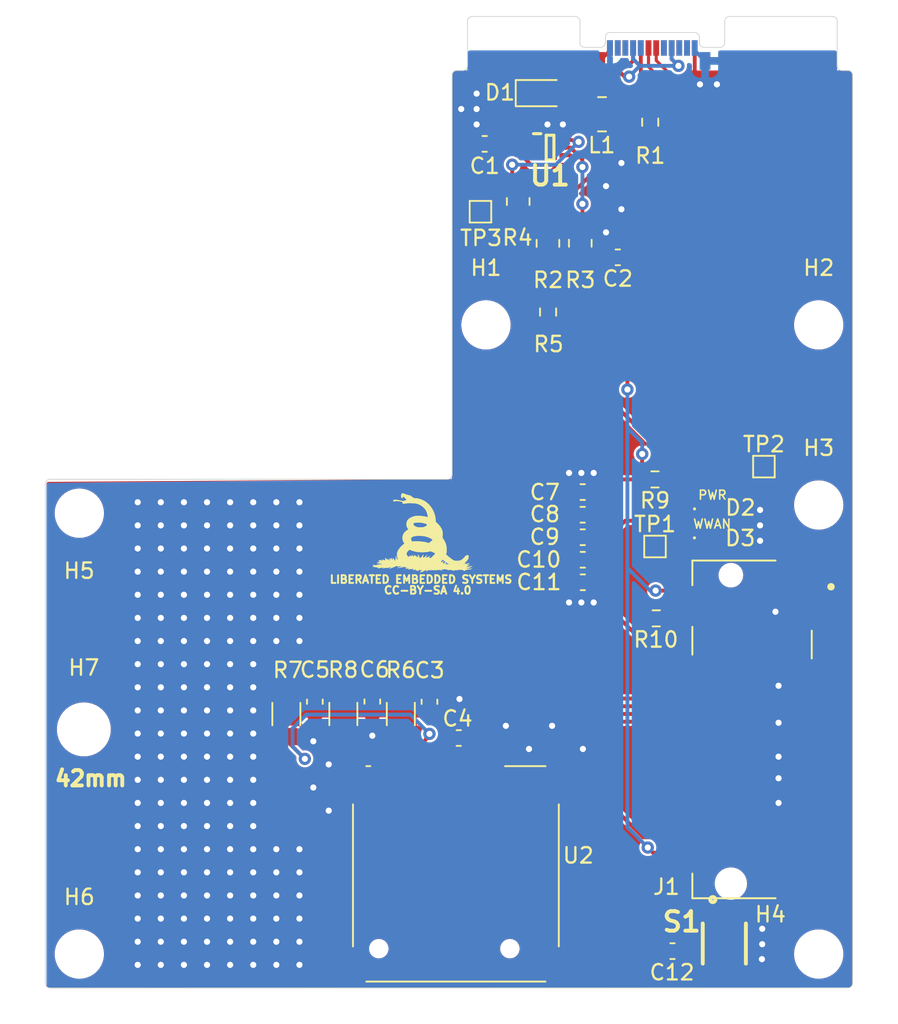
<source format=kicad_pcb>
(kicad_pcb (version 20221018) (generator pcbnew)

  (general
    (thickness 1.6)
  )

  (paper "A4")
  (title_block
    (title "Project Roamer")
    (rev "X1")
    (company "Liberated Embedded Systems")
    (comment 1 "This work is licensed under a Creative Commons Attribution 4.0 International License")
    (comment 2 "Original design from https://frame.work")
  )

  (layers
    (0 "F.Cu" signal)
    (31 "B.Cu" signal)
    (32 "B.Adhes" user "B.Adhesive")
    (33 "F.Adhes" user "F.Adhesive")
    (34 "B.Paste" user)
    (35 "F.Paste" user)
    (36 "B.SilkS" user "B.Silkscreen")
    (37 "F.SilkS" user "F.Silkscreen")
    (38 "B.Mask" user)
    (39 "F.Mask" user)
    (40 "Dwgs.User" user "User.Drawings")
    (41 "Cmts.User" user "User.Comments")
    (42 "Eco1.User" user "User.Eco1")
    (43 "Eco2.User" user "User.Eco2")
    (44 "Edge.Cuts" user)
    (45 "Margin" user)
    (46 "B.CrtYd" user "B.Courtyard")
    (47 "F.CrtYd" user "F.Courtyard")
    (48 "B.Fab" user)
    (49 "F.Fab" user)
  )

  (setup
    (stackup
      (layer "F.SilkS" (type "Top Silk Screen"))
      (layer "F.Paste" (type "Top Solder Paste"))
      (layer "F.Mask" (type "Top Solder Mask") (thickness 0.01))
      (layer "F.Cu" (type "copper") (thickness 0.035))
      (layer "dielectric 1" (type "core") (thickness 1.51) (material "FR4") (epsilon_r 4.5) (loss_tangent 0.02))
      (layer "B.Cu" (type "copper") (thickness 0.035))
      (layer "B.Mask" (type "Bottom Solder Mask") (thickness 0.01))
      (layer "B.Paste" (type "Bottom Solder Paste"))
      (layer "B.SilkS" (type "Bottom Silk Screen"))
      (copper_finish "None")
      (dielectric_constraints no)
    )
    (pad_to_mask_clearance 0)
    (aux_axis_origin 100.5 190)
    (grid_origin 100.5 190)
    (pcbplotparams
      (layerselection 0x00010fc_ffffffff)
      (plot_on_all_layers_selection 0x0000000_00000000)
      (disableapertmacros false)
      (usegerberextensions false)
      (usegerberattributes true)
      (usegerberadvancedattributes true)
      (creategerberjobfile true)
      (dashed_line_dash_ratio 12.000000)
      (dashed_line_gap_ratio 3.000000)
      (svgprecision 4)
      (plotframeref false)
      (viasonmask false)
      (mode 1)
      (useauxorigin false)
      (hpglpennumber 1)
      (hpglpenspeed 20)
      (hpglpendiameter 15.000000)
      (dxfpolygonmode true)
      (dxfimperialunits true)
      (dxfusepcbnewfont true)
      (psnegative false)
      (psa4output false)
      (plotreference true)
      (plotvalue true)
      (plotinvisibletext false)
      (sketchpadsonfab false)
      (subtractmaskfromsilk false)
      (outputformat 3)
      (mirror false)
      (drillshape 0)
      (scaleselection 1)
      (outputdirectory "")
    )
  )

  (net 0 "")
  (net 1 "GND")
  (net 2 "+3.3V")
  (net 3 "VBUS")
  (net 4 "/UIM-RESET")
  (net 5 "/UIM-CLK")
  (net 6 "/UIM-DATA")
  (net 7 "/UIM-PWR")
  (net 8 "/RESET")
  (net 9 "Net-(D1-A)")
  (net 10 "Net-(D2-A)")
  (net 11 "/WWAN_ACTIVITY")
  (net 12 "Net-(D3-A)")
  (net 13 "unconnected-(J1-CONFIG_3-Pad1)")
  (net 14 "Net-(J1-~{FULL_CARD_POWER_OFF})")
  (net 15 "/USB_D+")
  (net 16 "unconnected-(J1-~{W_DISABLE1}-Pad8)")
  (net 17 "/USB_D-")
  (net 18 "unconnected-(J1-GPIO_5-Pad20)")
  (net 19 "unconnected-(J1-CONFIG_0-Pad21)")
  (net 20 "unconnected-(J1-GPIO_6-Pad22)")
  (net 21 "Net-(J1-GPIO_11)")
  (net 22 "unconnected-(J1-GPIO_7-Pad24)")
  (net 23 "unconnected-(J1-DPR-Pad25)")
  (net 24 "unconnected-(J1-GPIO_10-Pad26)")
  (net 25 "unconnected-(J1-GPIO_8-Pad28)")
  (net 26 "unconnected-(J1-PERn1{slash}USB3.0-Rx-{slash}SSIC-RxN-Pad29)")
  (net 27 "unconnected-(J1-PERp1{slash}USB3.0-Rx+{slash}SSIC-RxP-Pad31)")
  (net 28 "unconnected-(J1-PETn1{slash}USB3.0-Tx-{slash}SSIC-TxN-Pad35)")
  (net 29 "unconnected-(J1-PETp1{slash}USB3.0-Tx+{slash}SSIC-TxP-Pad37)")
  (net 30 "unconnected-(J1-DEVSLP-Pad38)")
  (net 31 "unconnected-(J1-GPIO_0-Pad40)")
  (net 32 "unconnected-(J1-PERn0{slash}SATA-B+-Pad41)")
  (net 33 "unconnected-(J1-GPIO_1-Pad42)")
  (net 34 "unconnected-(J1-PERp0{slash}SATA-B--Pad43)")
  (net 35 "unconnected-(J1-GPIO_2-Pad44)")
  (net 36 "unconnected-(J1-GPIO_3-Pad46)")
  (net 37 "unconnected-(J1-PETn0{slash}SATA-A--Pad47)")
  (net 38 "unconnected-(J1-GPIO_4-Pad48)")
  (net 39 "unconnected-(J1-PETp0{slash}SATA-A+-Pad49)")
  (net 40 "unconnected-(J1-~{PERST}-Pad50)")
  (net 41 "unconnected-(J1-~{CLKREQ}-Pad52)")
  (net 42 "unconnected-(J1-REFCLKn-Pad53)")
  (net 43 "unconnected-(J1-~{PEWAKE}-Pad54)")
  (net 44 "unconnected-(J1-REFCLKp-Pad55)")
  (net 45 "unconnected-(J1-NC-Pad56)")
  (net 46 "unconnected-(J1-NC-Pad58)")
  (net 47 "unconnected-(J1-ANTCTL0-Pad59)")
  (net 48 "unconnected-(J1-COEX3-Pad60)")
  (net 49 "unconnected-(J1-ANTCTL1-Pad61)")
  (net 50 "unconnected-(J1-COEX2-Pad62)")
  (net 51 "unconnected-(J1-ANTCTL2-Pad63)")
  (net 52 "unconnected-(J1-COEX1-Pad64)")
  (net 53 "unconnected-(J1-ANTCTL3-Pad65)")
  (net 54 "/SIM_DETECT")
  (net 55 "unconnected-(J1-SUSCLK-Pad68)")
  (net 56 "unconnected-(J1-CONFIG_1-Pad69)")
  (net 57 "unconnected-(J1-CONFIG_2-Pad75)")
  (net 58 "Net-(U1-SW)")
  (net 59 "Net-(P1-CC)")
  (net 60 "unconnected-(P1-VCONN-PadB5)")
  (net 61 "Net-(U1-FB)")
  (net 62 "Net-(U1-PG)")
  (net 63 "Net-(U2-I{slash}O)")
  (net 64 "Net-(U2-RST)")
  (net 65 "Net-(U2-CLK)")
  (net 66 "unconnected-(S1-Pad2)")
  (net 67 "unconnected-(S1-Pad4)")
  (net 68 "unconnected-(U2-VPP-PadC6)")

  (footprint "Capacitor_SMD:C_0603_1608Metric" (layer "F.Cu") (at 141.215 187.61))

  (footprint "Diode_SMD:D_SOD-323" (layer "F.Cu") (at 132.65 131.97))

  (footprint "Connector_USB:USB_C_Plug_Molex_105444" (layer "F.Cu") (at 139.918 129))

  (footprint "TPS:SOTFL50P160X60-6N" (layer "F.Cu") (at 133.268 135.5))

  (footprint "MountingHole:MountingHole_2.7mm_M2.5" (layer "F.Cu") (at 129.108 147))

  (footprint "Resistor_SMD:R_0805_2012Metric" (layer "F.Cu") (at 135.23 141.7025 -90))

  (footprint "MountingHole:MountingHole_2.7mm_M2.5" (layer "F.Cu") (at 150.708 147))

  (footprint "Resistor_SMD:R_1206_3216Metric" (layer "F.Cu") (at 119.85 172.23 90))

  (footprint "Capacitor_SMD:C_0603_1608Metric" (layer "F.Cu") (at 121.73 171.425 90))

  (footprint "TestPoint:TestPoint_Pad_1.0x1.0mm" (layer "F.Cu") (at 140.08 161.37))

  (footprint "MountingHole:MountingHole_2.7mm_M2.5" (layer "F.Cu") (at 102.71 187.8))

  (footprint "NGFF:TE_2199119-3" (layer "F.Cu") (at 145.005 173.23 -90))

  (footprint "Capacitor_SMD:C_0603_1608Metric" (layer "F.Cu") (at 127.34 173.79 180))

  (footprint "Diode_SMD:D_0402_1005Metric" (layer "F.Cu") (at 143.73 160.81))

  (footprint "TestPoint:TestPoint_Pad_1.0x1.0mm" (layer "F.Cu") (at 147.15 156.19))

  (footprint "Capacitor_SMD:C_0603_1608Metric" (layer "F.Cu") (at 125.44 171.44 90))

  (footprint "NSCCP-D-06-G-SMT-SW-T:NSCCP-D-06-G-SMT-SW-T&slash_R" (layer "F.Cu") (at 127.1548 182.5986))

  (footprint "Resistor_SMD:R_1206_3216Metric" (layer "F.Cu") (at 123.58 172.2325 90))

  (footprint "Capacitor_SMD:C_0603_1608Metric" (layer "F.Cu") (at 135.39 162.23 180))

  (footprint "Capacitor_SMD:C_0603_1608Metric" (layer "F.Cu") (at 135.39 160.77 180))

  (footprint "Capacitor_SMD:C_0603_1608Metric" (layer "F.Cu") (at 129.025 135.26 180))

  (footprint "Resistor_SMD:R_0603_1608Metric" (layer "F.Cu") (at 140.08 157.02))

  (footprint "Resistor_SMD:R_1206_3216Metric" (layer "F.Cu") (at 116.15 172.2375 90))

  (footprint "Capacitor_SMD:C_0603_1608Metric" (layer "F.Cu") (at 135.385 157.84 180))

  (footprint "Resistor_SMD:R_0805_2012Metric" (layer "F.Cu") (at 131.2 138.9975 -90))

  (footprint "Capacitor_SMD:C_0603_1608Metric" (layer "F.Cu") (at 118 171.435 -90))

  (footprint "MountingHole:MountingHole_2.7mm_M2.5" (layer "F.Cu") (at 150.708 187.8))

  (footprint "Resistor_SMD:R_0603_1608Metric" (layer "F.Cu") (at 140.16 166.03))

  (footprint "TestPoint:TestPoint_Pad_1.0x1.0mm" (layer "F.Cu") (at 128.75 139.66))

  (footprint "Inductor_SMD:L_1008_2520Metric" (layer "F.Cu") (at 136.64 133.34))

  (footprint "Resistor_SMD:R_0603_1608Metric" (layer "F.Cu") (at 139.77 133.855 -90))

  (footprint "MountingHole:MountingHole_2.7mm_M2.5" (layer "F.Cu") (at 150.708 158.68))

  (footprint "Capacitor_SMD:C_0603_1608Metric" (layer "F.Cu") (at 135.395 163.69 180))

  (footprint "MountingHole:MountingHole_2.7mm_M2.5" (layer "F.Cu") (at 102.71 159.21))

  (footprint "Capacitor_SMD:C_0603_1608Metric" (layer "F.Cu") (at 137.665 142.62 180))

  (footprint "Resistor_SMD:R_0805_2012Metric" (layer "F.Cu") (at 133.13 141.71 -90))

  (footprint "Diode_SMD:D_0402_1005Metric" (layer "F.Cu") (at 143.7375 158.93))

  (footprint "Capacitor_SMD:C_0603_1608Metric" (layer "F.Cu") (at 135.385 159.31 180))

  (footprint "KMR:KMR2_1" (layer "F.Cu") (at 144.58 187.1175 -90))

  (footprint "MountingHole:MountingHole_3mm" (layer "F.Cu") (at 103.005 173.23))

  (footprint "Resistor_SMD:R_0603_1608Metric" (layer "F.Cu") (at 133.14 146.165 -90))

  (gr_poly
    (pts
      (xy 125.335582 160.654571)
      (xy 125.337056 160.654777)
      (xy 125.33867 160.655129)
      (xy 125.34042 160.655628)
      (xy 125.3423 160.656273)
      (xy 125.344306 160.657063)
      (xy 125.346433 160.657999)
      (xy 125.348675 160.659079)
      (xy 125.351028 160.660303)
      (xy 125.353486 160.661671)
      (xy 125.356044 160.663182)
      (xy 125.358698 160.664836)
      (xy 125.361443 160.666633)
      (xy 125.364273 160.668572)
      (xy 125.367183 160.670652)
      (xy 125.370169 160.672874)
      (xy 125.373841 160.675681)
      (xy 125.377042 160.678208)
      (xy 125.379775 160.680469)
      (xy 125.382043 160.682478)
      (xy 125.383003 160.683393)
      (xy 125.383849 160.684249)
      (xy 125.384579 160.68505)
      (xy 125.385196 160.685796)
      (xy 125.385699 160.68649)
      (xy 125.386088 160.687134)
      (xy 125.386364 160.687728)
      (xy 125.386528 160.688275)
      (xy 125.386579 160.688776)
      (xy 125.386519 160.689234)
      (xy 125.386347 160.68965)
      (xy 125.386064 160.690025)
      (xy 125.385671 160.690362)
      (xy 125.385167 160.690663)
      (xy 125.384554 160.690928)
      (xy 125.383831 160.69116)
      (xy 125.382999 160.691361)
      (xy 125.382059 160.691531)
      (xy 125.38101 160.691674)
      (xy 125.379854 160.691791)
      (xy 125.377219 160.691953)
      (xy 125.374158 160.69203)
      (xy 125.37196 160.691979)
      (xy 125.369661 160.691733)
      (xy 125.367279 160.691302)
      (xy 125.364834 160.690696)
      (xy 125.362345 160.689924)
      (xy 125.35983 160.688996)
      (xy 125.357309 160.687922)
      (xy 125.354799 160.686712)
      (xy 125.352322 160.685376)
      (xy 125.349895 160.683922)
      (xy 125.347537 160.682362)
      (xy 125.345267 160.680705)
      (xy 125.343105 160.67896)
      (xy 125.341069 160.677137)
      (xy 125.339178 160.675246)
      (xy 125.337452 160.673298)
      (xy 125.336527 160.672164)
      (xy 125.335663 160.671064)
      (xy 125.334859 160.67)
      (xy 125.334114 160.668969)
      (xy 125.333427 160.667974)
      (xy 125.332798 160.667013)
      (xy 125.332226 160.666087)
      (xy 125.331711 160.665196)
      (xy 125.33125 160.664341)
      (xy 125.330845 160.66352)
      (xy 125.330493 160.662735)
      (xy 125.330195 160.661984)
      (xy 125.329949 160.66127)
      (xy 125.329755 160.660591)
      (xy 125.329611 160.659947)
      (xy 125.329518 160.659339)
      (xy 125.329475 160.658767)
      (xy 125.32948 160.658231)
      (xy 125.329533 160.657731)
      (xy 125.329634 160.657266)
      (xy 125.329781 160.656838)
      (xy 125.329871 160.656638)
      (xy 125.329974 160.656446)
      (xy 125.330087 160.656264)
      (xy 125.330211 160.656091)
      (xy 125.330347 160.655926)
      (xy 125.330493 160.655771)
      (xy 125.330819 160.655489)
      (xy 125.331187 160.655242)
      (xy 125.331598 160.655033)
      (xy 125.332049 160.65486)
      (xy 125.332542 160.654724)
      (xy 125.333074 160.654625)
      (xy 125.333645 160.654563)
      (xy 125.334254 160.654539)
      (xy 125.334254 160.654512)
    )

    (stroke (width 0.01277) (type solid)) (fill solid) (layer "F.SilkS") (tstamp 00282951-98f4-4854-8e1e-20fd5ca33433))
  (gr_poly
    (pts
      (xy 125.562531 159.59445)
      (xy 125.562913 159.594469)
      (xy 125.56329 159.594501)
      (xy 125.563662 159.594545)
      (xy 125.564029 159.594601)
      (xy 125.564391 159.594669)
      (xy 125.564747 159.594749)
      (xy 125.565099 159.59484)
      (xy 125.565445 159.594943)
      (xy 125.565786 159.595057)
      (xy 125.566121 159.595182)
      (xy 125.566451 159.595318)
      (xy 125.566774 159.595464)
      (xy 125.567093 159.595621)
      (xy 125.567405 159.595789)
      (xy 125.567711 159.595966)
      (xy 125.568011 159.596153)
      (xy 125.568305 159.59635)
      (xy 125.568593 159.596557)
      (xy 125.568874 159.596773)
      (xy 125.569418 159.597233)
      (xy 125.569935 159.597728)
      (xy 125.570424 159.598256)
      (xy 125.570886 159.598817)
      (xy 125.571319 159.599409)
      (xy 125.571723 159.600031)
      (xy 125.5721 159.600678)
      (xy 125.572455 159.60135)
      (xy 125.572787 159.602044)
      (xy 125.573096 159.60276)
      (xy 125.573381 159.603498)
      (xy 125.573644 159.604257)
      (xy 125.573882 159.605035)
      (xy 125.574096 159.605832)
      (xy 125.574286 159.606648)
      (xy 125.574452 159.60748)
      (xy 125.574592 159.60833)
      (xy 125.574708 159.609196)
      (xy 125.574798 159.610076)
      (xy 125.574863 159.610971)
      (xy 125.574902 159.61188)
      (xy 125.574915 159.612801)
      (xy 125.574902 159.613735)
      (xy 125.574863 159.614681)
      (xy 125.574798 159.615637)
      (xy 125.574708 159.616601)
      (xy 125.574592 159.617569)
      (xy 125.574452 159.618542)
      (xy 125.574286 159.619515)
      (xy 125.574096 159.620487)
      (xy 125.573882 159.621456)
      (xy 125.573644 159.622419)
      (xy 125.573381 159.623375)
      (xy 125.573096 159.624322)
      (xy 125.572787 159.625256)
      (xy 125.572455 159.626176)
      (xy 125.5721 159.62708)
      (xy 125.571723 159.627966)
      (xy 125.571319 159.628833)
      (xy 125.570886 159.629682)
      (xy 125.570424 159.630512)
      (xy 125.569935 159.631322)
      (xy 125.569418 159.632111)
      (xy 125.568874 159.632878)
      (xy 125.568305 159.633623)
      (xy 125.567711 159.634343)
      (xy 125.567093 159.635039)
      (xy 125.566451 159.63571)
      (xy 125.565786 159.636353)
      (xy 125.565099 159.63697)
      (xy 125.564391 159.637557)
      (xy 125.563662 159.638116)
      (xy 125.562913 159.638643)
      (xy 125.562145 159.63914)
      (xy 125.561817 159.639334)
      (xy 125.561493 159.639508)
      (xy 125.561172 159.639664)
      (xy 125.560854 159.6398)
      (xy 125.56054 159.639918)
      (xy 125.560229 159.640018)
      (xy 125.559921 159.640099)
      (xy 125.559617 159.640163)
      (xy 125.559316 159.640208)
      (xy 125.559019 159.640236)
      (xy 125.558725 159.640246)
      (xy 125.558434 159.640239)
      (xy 125.558147 159.640214)
      (xy 125.557863 159.640173)
      (xy 125.557583 159.640115)
      (xy 125.557306 159.64004)
      (xy 125.557033 159.639949)
      (xy 125.556763 159.639842)
      (xy 125.556497 159.639719)
      (xy 125.556234 159.63958)
      (xy 125.555975 159.639425)
      (xy 125.55572 159.639255)
      (xy 125.555468 159.63907)
      (xy 125.55522 159.638869)
      (xy 125.554975 159.638654)
      (xy 125.554734 159.638424)
      (xy 125.554497 159.638179)
      (xy 125.554263 159.63792)
      (xy 125.554033 159.637647)
      (xy 125.553807 159.63736)
      (xy 125.553584 159.637059)
      (xy 125.553365 159.636745)
      (xy 125.552939 159.636077)
      (xy 125.552529 159.635356)
      (xy 125.552138 159.634583)
      (xy 125.551765 159.633761)
      (xy 125.551414 159.632889)
      (xy 125.551086 159.63197)
      (xy 125.550781 159.631004)
      (xy 125.550502 159.629992)
      (xy 125.55025 159.628935)
      (xy 125.550027 159.627835)
      (xy 125.549834 159.626693)
      (xy 125.549673 159.625509)
      (xy 125.549545 159.624285)
      (xy 125.549451 159.623022)
      (xy 125.549394 159.621721)
      (xy 125.549375 159.620383)
      (xy 125.549394 159.619037)
      (xy 125.549451 159.61771)
      (xy 125.549545 159.616405)
      (xy 125.549673 159.615122)
      (xy 125.549834 159.613864)
      (xy 125.550027 159.612631)
      (xy 125.55025 159.611425)
      (xy 125.550502 159.610247)
      (xy 125.550781 159.6091)
      (xy 125.551086 159.607983)
      (xy 125.551414 159.6069)
      (xy 125.551765 159.605851)
      (xy 125.552138 159.604838)
      (xy 125.552529 159.603861)
      (xy 125.552939 159.602924)
      (xy 125.553365 159.602026)
      (xy 125.553807 159.60117)
      (xy 125.554263 159.600357)
      (xy 125.554734 159.599589)
      (xy 125.55522 159.598868)
      (xy 125.55572 159.598195)
      (xy 125.556234 159.597572)
      (xy 125.556763 159.597)
      (xy 125.557306 159.596481)
      (xy 125.557863 159.596017)
      (xy 125.558147 159.595806)
      (xy 125.558434 159.59561)
      (xy 125.558725 159.595427)
      (xy 125.559019 159.59526)
      (xy 125.559316 159.595108)
      (xy 125.559617 159.594971)
      (xy 125.559921 159.594849)
      (xy 125.560229 159.594743)
      (xy 125.56054 159.594652)
      (xy 125.560854 159.594578)
      (xy 125.561172 159.594519)
      (xy 125.561493 159.594477)
      (xy 125.561817 159.594452)
      (xy 125.562145 159.594444)
    )

    (stroke (width 0) (type solid)) (fill solid) (layer "F.SilkS") (tstamp 0071a64c-fbfc-4274-8967-ec68a00d3c44))
  (gr_poly
    (pts
      (xy 124.933094 162.115864)
      (xy 124.934828 162.115895)
      (xy 124.9366 162.115947)
      (xy 124.938413 162.116019)
      (xy 124.986294 162.117872)
      (xy 124.952365 162.178531)
      (xy 124.943267 162.194528)
      (xy 124.939296 162.201168)
      (xy 124.935684 162.20693)
      (xy 124.932408 162.211833)
      (xy 124.929446 162.215898)
      (xy 124.926779 162.219144)
      (xy 124.924383 162.221593)
      (xy 124.923281 162.222523)
      (xy 124.922239 162.223262)
      (xy 124.921254 162.223812)
      (xy 124.920324 162.224174)
      (xy 124.919446 162.224351)
      (xy 124.918617 162.224347)
      (xy 124.917835 162.224163)
      (xy 124.917098 162.223802)
      (xy 124.916401 162.223267)
      (xy 124.915743 162.222559)
      (xy 124.915122 162.221682)
      (xy 124.914534 162.220638)
      (xy 124.913447 162.218059)
      (xy 124.912461 162.214842)
      (xy 124.911368 162.210894)
      (xy 124.910306 162.20749)
      (xy 124.909771 162.205994)
      (xy 124.909226 162.204637)
      (xy 124.908664 162.20342)
      (xy 124.908079 162.202343)
      (xy 124.907465 162.201409)
      (xy 124.906815 162.200616)
      (xy 124.906124 162.199968)
      (xy 124.905385 162.199464)
      (xy 124.904591 162.199106)
      (xy 124.903737 162.198894)
      (xy 124.902817 162.198829)
      (xy 124.901823 162.198914)
      (xy 124.900751 162.199147)
      (xy 124.899593 162.199531)
      (xy 124.898344 162.200067)
      (xy 124.896998 162.200754)
      (xy 124.895547 162.201596)
      (xy 124.893987 162.202591)
      (xy 124.89231 162.203742)
      (xy 124.89051 162.205049)
      (xy 124.886519 162.208135)
      (xy 124.881963 162.211858)
      (xy 124.876793 162.216225)
      (xy 124.870959 162.221245)
      (xy 124.868469 162.223254)
      (xy 124.865742 162.225196)
      (xy 124.862806 162.22707)
      (xy 124.859691 162.228877)
      (xy 124.856424 162.230617)
      (xy 124.853035 162.232293)
      (xy 124.849552 162.233903)
      (xy 124.846003 162.235449)
      (xy 124.838823 162.238352)
      (xy 124.831724 162.241005)
      (xy 124.818685 162.245587)
      (xy 124.793945 162.215657)
      (xy 124.790402 162.211304)
      (xy 124.786963 162.206791)
      (xy 124.783645 162.202154)
      (xy 124.780466 162.197428)
      (xy 124.777444 162.192648)
      (xy 124.774596 162.18785)
      (xy 124.771941 162.183068)
      (xy 124.769495 162.178339)
      (xy 124.767278 162.173697)
      (xy 124.765306 162.169178)
      (xy 124.763597 162.164817)
      (xy 124.76217 162.160649)
      (xy 124.761041 162.15671)
      (xy 124.76023 162.153035)
      (xy 124.759753 162.14966)
      (xy 124.759628 162.146619)
      (xy 124.759765 162.14253)
      (xy 124.759987 162.139051)
      (xy 124.760314 162.136193)
      (xy 124.760522 162.135)
      (xy 124.760763 162.133967)
      (xy 124.761039 162.133095)
      (xy 124.761352 162.132385)
      (xy 124.761706 162.131838)
      (xy 124.762101 162.131456)
      (xy 124.762541 162.131241)
      (xy 124.763028 162.131194)
      (xy 124.763563 162.131315)
      (xy 124.76415 162.131607)
      (xy 124.76479 162.132071)
      (xy 124.765486 162.132708)
      (xy 124.766241 162.13352)
      (xy 124.767055 162.134507)
      (xy 124.767933 162.135672)
      (xy 124.768875 162.137016)
      (xy 124.770965 162.140246)
      (xy 124.773342 162.144207)
      (xy 124.776025 162.14891)
      (xy 124.779032 162.154368)
      (xy 124.782382 162.16059)
      (xy 124.804732 162.202492)
      (xy 124.847833 162.158195)
      (xy 124.853422 162.15252)
      (xy 124.85872 162.147338)
      (xy 124.863768 162.142631)
      (xy 124.868606 162.138378)
      (xy 124.873273 162.134561)
      (xy 124.87781 162.131161)
      (xy 124.882258 162.12816)
      (xy 124.886655 162.125536)
      (xy 124.891043 162.123273)
      (xy 124.895461 162.12135)
      (xy 124.899949 162.119748)
      (xy 124.904548 162.118449)
      (xy 124.909297 162.117433)
      (xy 124.914236 162.116681)
      (xy 124.919407 162.116174)
      (xy 124.924847 162.115894)
      (xy 124.924847 162.116019)
      (xy 124.926454 162.115947)
      (xy 124.928078 162.115895)
      (xy 124.929723 162.115864)
      (xy 124.931394 162.115854)
    )

    (stroke (width 0.01277) (type solid)) (fill solid) (layer "F.SilkS") (tstamp 007da063-6df0-49a7-8215-9d77ac372752))
  (gr_poly
    (pts
      (xy 124.381676 159.568472)
      (xy 124.382645 159.568547)
      (xy 124.3836 159.568669)
      (xy 124.384541 159.568838)
      (xy 124.385465 159.569052)
      (xy 124.386372 159.569311)
      (xy 124.387261 159.569612)
      (xy 124.388129 159.569956)
      (xy 124.388977 159.57034)
      (xy 124.389802 159.570764)
      (xy 124.390604 159.571226)
      (xy 124.391382 159.571725)
      (xy 124.392133 159.57226)
      (xy 124.392857 159.572829)
      (xy 124.393553 159.573432)
      (xy 124.394219 159.574067)
      (xy 124.394855 159.574733)
      (xy 124.395458 159.575428)
      (xy 124.396028 159.576152)
      (xy 124.396564 159.576903)
      (xy 124.397063 159.577681)
      (xy 124.397526 159.578483)
      (xy 124.39795 159.579309)
      (xy 124.398335 159.580157)
      (xy 124.39868 159.581026)
      (xy 124.398982 159.581916)
      (xy 124.399241 159.582824)
      (xy 124.399456 159.58375)
      (xy 124.399626 159.584692)
      (xy 124.399748 159.585649)
      (xy 124.399822 159.58662)
      (xy 124.399847 159.587604)
      (xy 124.399822 159.588588)
      (xy 124.399748 159.589559)
      (xy 124.399626 159.590516)
      (xy 124.399456 159.591458)
      (xy 124.399241 159.592384)
      (xy 124.398982 159.593292)
      (xy 124.39868 159.594182)
      (xy 124.398335 159.595051)
      (xy 124.39795 159.595899)
      (xy 124.397526 159.596725)
      (xy 124.397063 159.597527)
      (xy 124.396564 159.598305)
      (xy 124.396028 159.599056)
      (xy 124.395458 159.59978)
      (xy 124.394855 159.600476)
      (xy 124.394219 159.601141)
      (xy 124.393553 159.601776)
      (xy 124.392857 159.602379)
      (xy 124.392133 159.602948)
      (xy 124.391382 159.603483)
      (xy 124.390604 159.603982)
      (xy 124.389802 159.604444)
      (xy 124.388977 159.604868)
      (xy 124.388129 159.605252)
      (xy 124.387261 159.605596)
      (xy 124.386372 159.605898)
      (xy 124.385465 159.606156)
      (xy 124.384541 159.606371)
      (xy 124.3836 159.606539)
      (xy 124.382645 159.606662)
      (xy 124.381676 159.606736)
      (xy 124.380695 159.606761)
      (xy 124.379711 159.606736)
      (xy 124.378739 159.606661)
      (xy 124.377782 159.606539)
      (xy 124.376839 159.606369)
      (xy 124.375914 159.606155)
      (xy 124.375005 159.605895)
      (xy 124.374116 159.605593)
      (xy 124.373247 159.605248)
      (xy 124.372398 159.604863)
      (xy 124.371573 159.604439)
      (xy 124.370771 159.603976)
      (xy 124.369993 159.603476)
      (xy 124.369242 159.602941)
      (xy 124.368519 159.60237)
      (xy 124.367823 159.601767)
      (xy 124.367158 159.601132)
      (xy 124.366523 159.600465)
      (xy 124.365921 159.599769)
      (xy 124.365352 159.599045)
      (xy 124.364817 159.598293)
      (xy 124.364319 159.597516)
      (xy 124.363857 159.596714)
      (xy 124.363434 159.595888)
      (xy 124.363049 159.59504)
      (xy 124.362706 159.594171)
      (xy 124.362405 159.593283)
      (xy 124.362146 159.592375)
      (xy 124.361932 159.591451)
      (xy 124.361763 159.59051)
      (xy 124.361641 159.589555)
      (xy 124.361567 159.588586)
      (xy 124.361542 159.587604)
      (xy 124.361567 159.58662)
      (xy 124.361641 159.585649)
      (xy 124.361764 159.584692)
      (xy 124.361933 159.58375)
      (xy 124.362148 159.582824)
      (xy 124.362407 159.581916)
      (xy 124.36271 159.581026)
      (xy 124.363054 159.580157)
      (xy 124.363439 159.579309)
      (xy 124.363864 159.578483)
      (xy 124.364326 159.577681)
      (xy 124.364826 159.576903)
      (xy 124.365361 159.576152)
      (xy 124.365931 159.575428)
      (xy 124.366535 159.574733)
      (xy 124.36717 159.574067)
      (xy 124.367836 159.573432)
      (xy 124.368532 159.572829)
      (xy 124.369256 159.57226)
      (xy 124.370008 159.571725)
      (xy 124.370785 159.571226)
      (xy 124.371587 159.570764)
      (xy 124.372412 159.57034)
      (xy 124.37326 159.569956)
      (xy 124.374129 159.569612)
      (xy 124.375017 159.569311)
      (xy 124.375924 159.569052)
      (xy 124.376849 159.568838)
      (xy 124.377789 159.568669)
      (xy 124.378744 159.568547)
      (xy 124.379713 159.568472)
      (xy 124.380695 159.568447)
    )

    (stroke (width 0.01277) (type solid)) (fill solid) (layer "F.SilkS") (tstamp 00bdc72a-0e36-41da-8f05-801c951fb7ca))
  (gr_poly
    (pts
      (xy 124.63429 162.595362)
      (xy 124.634669 162.595375)
      (xy 124.635449 162.595422)
      (xy 124.635863 162.595442)
      (xy 124.636303 162.59545)
      (xy 124.6368 162.595459)
      (xy 124.637294 162.595485)
      (xy 124.637785 162.595528)
      (xy 124.638272 162.595587)
      (xy 124.638755 162.595663)
      (xy 124.639234 162.595755)
      (xy 124.640181 162.595987)
      (xy 124.641111 162.59628)
      (xy 124.642022 162.596634)
      (xy 124.642914 162.597045)
      (xy 124.643785 162.597512)
      (xy 124.644635 162.598034)
      (xy 124.645461 162.598607)
      (xy 124.646263 162.599231)
      (xy 124.64704 162.599903)
      (xy 124.647791 162.600621)
      (xy 124.648513 162.601383)
      (xy 124.649207 162.602188)
      (xy 124.649871 162.603033)
      (xy 124.650504 162.603917)
      (xy 124.651104 162.604837)
      (xy 124.651671 162.605794)
      (xy 124.652203 162.606786)
      (xy 124.652699 162.607812)
      (xy 124.653159 162.60887)
      (xy 124.65358 162.60996)
      (xy 124.653962 162.61108)
      (xy 124.654303 162.61223)
      (xy 124.654602 162.613407)
      (xy 124.654859 162.614611)
      (xy 124.655071 162.61584)
      (xy 124.655239 162.617094)
      (xy 124.65536 162.618371)
      (xy 124.655433 162.619671)
      (xy 124.655458 162.620991)
      (xy 124.655434 162.62332)
      (xy 124.655358 162.625539)
      (xy 124.655223 162.627648)
      (xy 124.655132 162.628661)
      (xy 124.655024 162.629647)
      (xy 124.654899 162.630606)
      (xy 124.654755 162.631537)
      (xy 124.654592 162.632441)
      (xy 124.654409 162.633318)
      (xy 124.654205 162.634167)
      (xy 124.65398 162.63499)
      (xy 124.653733 162.635786)
      (xy 124.653463 162.636554)
      (xy 124.653173 162.637296)
      (xy 124.652867 162.638009)
      (xy 124.652545 162.638694)
      (xy 124.652208 162.63935)
      (xy 124.651855 162.639978)
      (xy 124.651488 162.640577)
      (xy 124.651107 162.641147)
      (xy 124.650711 162.641687)
      (xy 124.650302 162.642198)
      (xy 124.649879 162.642679)
      (xy 124.649443 162.643131)
      (xy 124.648994 162.643553)
      (xy 124.648533 162.643944)
      (xy 124.64806 162.644305)
      (xy 124.647574 162.644636)
      (xy 124.647078 162.644936)
      (xy 124.646567 162.645203)
      (xy 124.646041 162.645436)
      (xy 124.645501 162.645636)
      (xy 124.644947 162.645802)
      (xy 124.644379 162.645936)
      (xy 124.6438 162.646037)
      (xy 124.643209 162.646106)
      (xy 124.642607 162.646143)
      (xy 124.641995 162.646149)
      (xy 124.641374 162.646123)
      (xy 124.640745 162.646067)
      (xy 124.640108 162.64598)
      (xy 124.639464 162.645863)
      (xy 124.638815 162.645716)
      (xy 124.63816 162.645539)
      (xy 124.6375 162.645333)
      (xy 124.636833 162.645099)
      (xy 124.636156 162.644836)
      (xy 124.635469 162.644544)
      (xy 124.634773 162.644222)
      (xy 124.634068 162.643869)
      (xy 124.633355 162.643485)
      (xy 124.632635 162.643069)
      (xy 124.631908 162.642619)
      (xy 124.631176 162.642136)
      (xy 124.630437 162.641619)
      (xy 124.629694 162.641067)
      (xy 124.628947 162.640478)
      (xy 124.628196 162.639853)
      (xy 124.627442 162.639191)
      (xy 124.626685 162.638491)
      (xy 124.625927 162.637752)
      (xy 124.62526 162.63706)
      (xy 124.624625 162.636354)
      (xy 124.624023 162.635634)
      (xy 124.623451 162.634901)
      (xy 124.62291 162.634155)
      (xy 124.622399 162.633399)
      (xy 124.621916 162.632631)
      (xy 124.621461 162.631854)
      (xy 124.621034 162.631067)
      (xy 124.620633 162.630273)
      (xy 124.620258 162.629471)
      (xy 124.619908 162.628662)
      (xy 124.619583 162.627848)
      (xy 124.61928 162.627029)
      (xy 124.619001 162.626207)
      (xy 124.618744 162.62538)
      (xy 124.61851 162.624551)
      (xy 124.6183 162.623719)
      (xy 124.618116 162.622885)
      (xy 124.617957 162.622049)
      (xy 124.617822 162.621213)
      (xy 124.617712 162.620378)
      (xy 124.617626 162.619543)
      (xy 124.617565 162.61871)
      (xy 124.617528 162.61788)
      (xy 124.617515 162.617054)
      (xy 124.617527 162.616231)
      (xy 124.617563 162.615414)
      (xy 124.617622 162.614602)
      (xy 124.617706 162.613798)
      (xy 124.617814 162.613)
      (xy 124.617946 162.612211)
      (xy 124.618101 162.611432)
      (xy 124.618282 162.610667)
      (xy 124.618486 162.609916)
      (xy 124.618714 162.609178)
      (xy 124.618965 162.608454)
      (xy 124.619239 162.607744)
      (xy 124.619535 162.607048)
      (xy 124.619853 162.606366)
      (xy 124.620193 162.605698)
      (xy 124.620553 162.605045)
      (xy 124.620934 162.604407)
      (xy 124.621335 162.603783)
      (xy 124.621756 162.603173)
      (xy 124.622197 162.602579)
      (xy 124.622656 162.602)
      (xy 124.623133 162.601436)
      (xy 124.623627 162.600888)
      (xy 124.624136 162.600357)
      (xy 124.62466 162.599846)
      (xy 124.6252 162.599355)
      (xy 124.625756 162.598885)
      (xy 124.62633 162.598437)
      (xy 124.62692 162.598013)
      (xy 124.627529 162.597614)
      (xy 124.628156 162.59724)
      (xy 124.628803 162.596894)
      (xy 124.629468 162.596575)
      (xy 124.630154 162.596287)
      (xy 124.630861 162.596029)
      (xy 124.631589 162.595802)
      (xy 124.632338 162.595609)
      (xy 124.63311 162.595449)
      (xy 124.63311 162.59545)
      (xy 124.633316 162.595417)
      (xy 124.633517 162.595392)
      (xy 124.633714 162.595375)
      (xy 124.633908 162.595365)
      (xy 124.6341 162.595361)
    )

    (stro
... [7847581 chars truncated]
</source>
